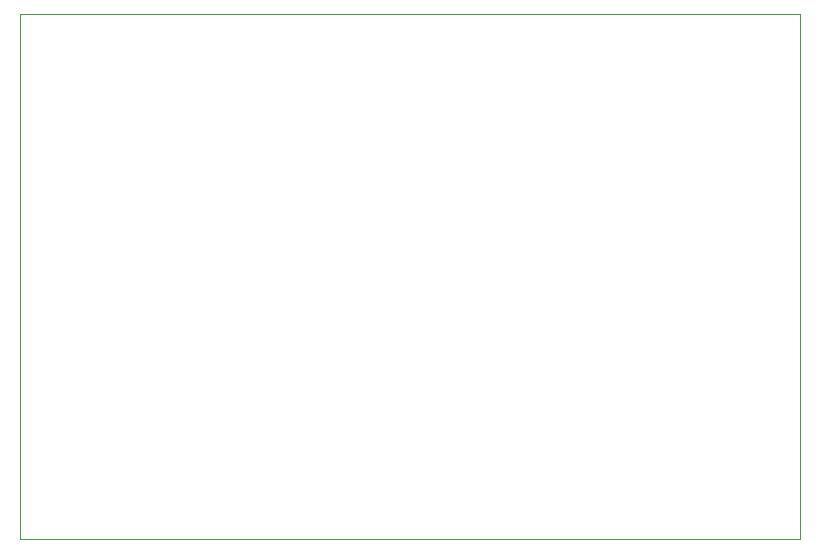
<source format=gbr>
%TF.GenerationSoftware,KiCad,Pcbnew,(5.1.6)-1*%
%TF.CreationDate,2021-12-10T20:44:56+09:00*%
%TF.ProjectId,nixie-kit-1,6e697869-652d-46b6-9974-2d312e6b6963,rev?*%
%TF.SameCoordinates,Original*%
%TF.FileFunction,Profile,NP*%
%FSLAX46Y46*%
G04 Gerber Fmt 4.6, Leading zero omitted, Abs format (unit mm)*
G04 Created by KiCad (PCBNEW (5.1.6)-1) date 2021-12-10 20:44:56*
%MOMM*%
%LPD*%
G01*
G04 APERTURE LIST*
%TA.AperFunction,Profile*%
%ADD10C,0.050000*%
%TD*%
G04 APERTURE END LIST*
D10*
X81280000Y-73660000D02*
X81280000Y-29210000D01*
X147320000Y-73660000D02*
X81280000Y-73660000D01*
X147320000Y-29210000D02*
X147320000Y-73660000D01*
X81280000Y-29210000D02*
X147320000Y-29210000D01*
M02*

</source>
